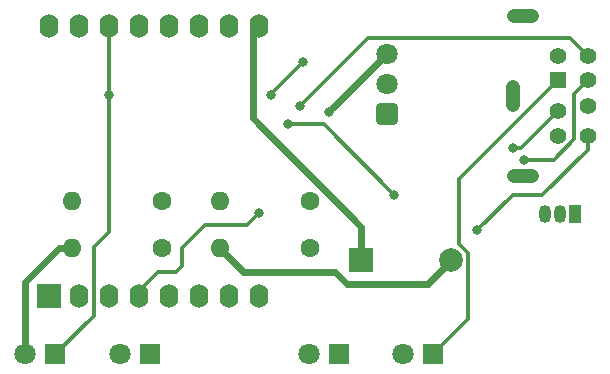
<source format=gbl>
%TF.GenerationSoftware,KiCad,Pcbnew,7.0.7*%
%TF.CreationDate,2023-09-16T13:59:36+03:00*%
%TF.ProjectId,ElectraWifi,456c6563-7472-4615-9769-66692e6b6963,rev?*%
%TF.SameCoordinates,Original*%
%TF.FileFunction,Copper,L2,Bot*%
%TF.FilePolarity,Positive*%
%FSLAX46Y46*%
G04 Gerber Fmt 4.6, Leading zero omitted, Abs format (unit mm)*
G04 Created by KiCad (PCBNEW 7.0.7) date 2023-09-16 13:59:36*
%MOMM*%
%LPD*%
G01*
G04 APERTURE LIST*
G04 Aperture macros list*
%AMRoundRect*
0 Rectangle with rounded corners*
0 $1 Rounding radius*
0 $2 $3 $4 $5 $6 $7 $8 $9 X,Y pos of 4 corners*
0 Add a 4 corners polygon primitive as box body*
4,1,4,$2,$3,$4,$5,$6,$7,$8,$9,$2,$3,0*
0 Add four circle primitives for the rounded corners*
1,1,$1+$1,$2,$3*
1,1,$1+$1,$4,$5*
1,1,$1+$1,$6,$7*
1,1,$1+$1,$8,$9*
0 Add four rect primitives between the rounded corners*
20,1,$1+$1,$2,$3,$4,$5,0*
20,1,$1+$1,$4,$5,$6,$7,0*
20,1,$1+$1,$6,$7,$8,$9,0*
20,1,$1+$1,$8,$9,$2,$3,0*%
G04 Aperture macros list end*
%TA.AperFunction,ComponentPad*%
%ADD10R,1.408000X1.408000*%
%TD*%
%TA.AperFunction,ComponentPad*%
%ADD11C,1.408000*%
%TD*%
%TA.AperFunction,ComponentPad*%
%ADD12O,1.230000X2.730000*%
%TD*%
%TA.AperFunction,ComponentPad*%
%ADD13O,2.730000X1.230000*%
%TD*%
%TA.AperFunction,ComponentPad*%
%ADD14O,1.600000X2.000000*%
%TD*%
%TA.AperFunction,ComponentPad*%
%ADD15R,2.000000X2.000000*%
%TD*%
%TA.AperFunction,ComponentPad*%
%ADD16R,1.800000X1.800000*%
%TD*%
%TA.AperFunction,ComponentPad*%
%ADD17C,1.800000*%
%TD*%
%TA.AperFunction,ComponentPad*%
%ADD18O,1.050000X1.500000*%
%TD*%
%TA.AperFunction,ComponentPad*%
%ADD19R,1.050000X1.500000*%
%TD*%
%TA.AperFunction,ComponentPad*%
%ADD20RoundRect,0.248400X0.651600X-0.651600X0.651600X0.651600X-0.651600X0.651600X-0.651600X-0.651600X0*%
%TD*%
%TA.AperFunction,ComponentPad*%
%ADD21C,2.000000*%
%TD*%
%TA.AperFunction,ComponentPad*%
%ADD22C,1.600000*%
%TD*%
%TA.AperFunction,ComponentPad*%
%ADD23O,1.600000X1.600000*%
%TD*%
%TA.AperFunction,ViaPad*%
%ADD24C,0.800000*%
%TD*%
%TA.AperFunction,Conductor*%
%ADD25C,0.300000*%
%TD*%
%TA.AperFunction,Conductor*%
%ADD26C,0.600000*%
%TD*%
G04 APERTURE END LIST*
D10*
%TO.P,J1,1,1*%
%TO.N,heat_led*%
X157848000Y-78300000D03*
D11*
%TO.P,J1,2,2*%
%TO.N,IR_to_ac*%
X157848000Y-80900000D03*
%TO.P,J1,3,3*%
%TO.N,+5V*%
X157848000Y-76200000D03*
%TO.P,J1,4,4*%
%TO.N,beep*%
X160348000Y-78300000D03*
%TO.P,J1,5,5*%
%TO.N,power_led*%
X157848000Y-83000000D03*
%TO.P,J1,6,6*%
%TO.N,timer_led*%
X160348000Y-76200000D03*
%TO.P,J1,7,7*%
%TO.N,button*%
X160348000Y-80500000D03*
%TO.P,J1,8,8*%
%TO.N,cool_led*%
X160348000Y-83000000D03*
D12*
%TO.P,J1,S1,SHIELD*%
%TO.N,GND*%
X154048000Y-79600000D03*
D13*
%TO.P,J1,S2,SHIELD__1*%
%TO.N,unconnected-(J1-SHIELD__1-PadS2)*%
X154848000Y-86350000D03*
%TO.P,J1,S3,SHIELD__2*%
%TO.N,unconnected-(J1-SHIELD__2-PadS3)*%
X154848000Y-72850000D03*
%TD*%
D14*
%TO.P,U1,16,TX*%
%TO.N,unconnected-(U1-TX-Pad16)*%
X114762000Y-73685000D03*
%TO.P,U1,15,RX*%
%TO.N,unconnected-(U1-RX-Pad15)*%
X117302000Y-73685000D03*
%TO.P,U1,14,SCL/D1*%
%TO.N,power_led*%
X119842000Y-73685000D03*
%TO.P,U1,13,SDA/D2*%
%TO.N,IR_from_esp*%
X122382000Y-73685000D03*
%TO.P,U1,12,D3*%
%TO.N,unconnected-(U1-D3-Pad12)*%
X124922000Y-73685000D03*
%TO.P,U1,11,D4*%
%TO.N,unconnected-(U1-D4-Pad11)*%
X127462000Y-73685000D03*
%TO.P,U1,10,GND*%
%TO.N,GND*%
X130002000Y-73685000D03*
%TO.P,U1,9,5V*%
%TO.N,+5V*%
X132542000Y-73685000D03*
%TO.P,U1,8,3V3*%
%TO.N,+3.3V*%
X132542000Y-96545000D03*
%TO.P,U1,7,CS/D8*%
%TO.N,unconnected-(U1-CS{slash}D8-Pad7)*%
X130002000Y-96545000D03*
%TO.P,U1,6,MOSI/D7*%
%TO.N,unconnected-(U1-MOSI{slash}D7-Pad6)*%
X127462000Y-96545000D03*
%TO.P,U1,5,MISO/D6*%
%TO.N,unconnected-(U1-MISO{slash}D6-Pad5)*%
X124922000Y-96545000D03*
%TO.P,U1,4,SCK/D5*%
%TO.N,IR_receive*%
X122382000Y-96545000D03*
%TO.P,U1,3,D0*%
%TO.N,unconnected-(U1-D0-Pad3)*%
X119842000Y-96545000D03*
%TO.P,U1,2,A0*%
%TO.N,unconnected-(U1-A0-Pad2)*%
X117302000Y-96545000D03*
D15*
%TO.P,U1,1,~{RST}*%
%TO.N,unconnected-(U1-~{RST}-Pad1)*%
X114762000Y-96545000D03*
%TD*%
D16*
%TO.P,D2,1,K*%
%TO.N,cool_led*%
X139275000Y-101500000D03*
D17*
%TO.P,D2,2,A*%
%TO.N,+5V*%
X136735000Y-101500000D03*
%TD*%
D18*
%TO.P,Q1,3,C*%
%TO.N,Net-(Q1-C)*%
X156730000Y-89640000D03*
%TO.P,Q1,2,B*%
%TO.N,Net-(Q1-B)*%
X158000000Y-89640000D03*
D19*
%TO.P,Q1,1,E*%
%TO.N,GND*%
X159270000Y-89640000D03*
%TD*%
D20*
%TO.P,U2,1,OUT*%
%TO.N,IR_receive*%
X143337000Y-81140000D03*
D17*
%TO.P,U2,2,GND*%
%TO.N,GND*%
X143337000Y-78600000D03*
%TO.P,U2,3,Vs*%
%TO.N,+3.3V*%
X143337000Y-76060000D03*
%TD*%
D16*
%TO.P,D3,1,K*%
%TO.N,timer_led*%
X123275000Y-101500000D03*
D17*
%TO.P,D3,2,A*%
%TO.N,+5V*%
X120735000Y-101500000D03*
%TD*%
D16*
%TO.P,D1,1,K*%
%TO.N,heat_led*%
X147275000Y-101500000D03*
D17*
%TO.P,D1,2,A*%
%TO.N,+5V*%
X144735000Y-101500000D03*
%TD*%
D16*
%TO.P,D4,1,K*%
%TO.N,power_led*%
X115275000Y-101500000D03*
D17*
%TO.P,D4,2,A*%
%TO.N,+5V*%
X112735000Y-101500000D03*
%TD*%
D21*
%TO.P,BZ1,2,+*%
%TO.N,Net-(BZ1-+)*%
X148800000Y-93500000D03*
D15*
%TO.P,BZ1,1,-*%
%TO.N,+5V*%
X141200000Y-93500000D03*
%TD*%
D22*
%TO.P,R4,1*%
%TO.N,beep*%
X136810000Y-92500000D03*
D23*
%TO.P,R4,2*%
%TO.N,Net-(BZ1-+)*%
X129190000Y-92500000D03*
%TD*%
D22*
%TO.P,R2,1*%
%TO.N,IR_to_ac*%
X136810000Y-88500000D03*
D23*
%TO.P,R2,2*%
%TO.N,Net-(Q1-C)*%
X129190000Y-88500000D03*
%TD*%
%TO.P,R1,2*%
%TO.N,IR_from_esp*%
X116690000Y-88500000D03*
D22*
%TO.P,R1,1*%
%TO.N,Net-(Q1-B)*%
X124310000Y-88500000D03*
%TD*%
%TO.P,R3,1*%
%TO.N,Net-(BZ1-+)*%
X124310000Y-92500000D03*
D23*
%TO.P,R3,2*%
%TO.N,+5V*%
X116690000Y-92500000D03*
%TD*%
D24*
%TO.N,power_led*%
X119842000Y-79500000D03*
X136250000Y-76750000D03*
X133541500Y-79500000D03*
%TO.N,timer_led*%
X136000000Y-80500000D03*
%TO.N,Net-(Q1-B)*%
X135000000Y-82000000D03*
X144000000Y-88000000D03*
%TO.N,IR_receive*%
X132500000Y-89500000D03*
%TO.N,+3.3V*%
X138500000Y-81000000D03*
%TO.N,cool_led*%
X151000000Y-91000000D03*
%TO.N,IR_to_ac*%
X154000000Y-84000000D03*
%TO.N,beep*%
X155000000Y-85000000D03*
%TD*%
D25*
%TO.N,power_led*%
X133541500Y-79458500D02*
X133541500Y-79500000D01*
X136250000Y-76750000D02*
X133541500Y-79458500D01*
D26*
%TO.N,+5V*%
X132000000Y-74227000D02*
X132542000Y-73685000D01*
X132000000Y-81500000D02*
X132000000Y-74227000D01*
X141200000Y-90700000D02*
X132000000Y-81500000D01*
X141200000Y-93500000D02*
X141200000Y-90700000D01*
D25*
%TO.N,power_led*%
X119842000Y-79500000D02*
X119842000Y-91115767D01*
X119842000Y-73685000D02*
X119842000Y-79500000D01*
%TO.N,timer_led*%
X158858000Y-74710000D02*
X160348000Y-76200000D01*
X141790000Y-74710000D02*
X158858000Y-74710000D01*
X136000000Y-80500000D02*
X141790000Y-74710000D01*
%TO.N,Net-(Q1-B)*%
X138000000Y-82000000D02*
X144000000Y-88000000D01*
X135000000Y-82000000D02*
X138000000Y-82000000D01*
%TO.N,IR_receive*%
X124000000Y-94500000D02*
X122382000Y-96118000D01*
X125500000Y-94500000D02*
X124000000Y-94500000D01*
X126000000Y-92500000D02*
X126000000Y-94000000D01*
X126000000Y-94000000D02*
X125500000Y-94500000D01*
X128000000Y-90500000D02*
X126000000Y-92500000D01*
X131500000Y-90500000D02*
X128000000Y-90500000D01*
X132500000Y-89500000D02*
X131500000Y-90500000D01*
X122382000Y-96118000D02*
X122382000Y-96545000D01*
D26*
%TO.N,+3.3V*%
X138500000Y-80897000D02*
X143337000Y-76060000D01*
X138500000Y-81000000D02*
X138500000Y-80897000D01*
D25*
%TO.N,cool_led*%
X160348000Y-84152000D02*
X160348000Y-83000000D01*
X156500000Y-88000000D02*
X160348000Y-84152000D01*
X154000000Y-88000000D02*
X156500000Y-88000000D01*
X151000000Y-91000000D02*
X154000000Y-88000000D01*
%TO.N,heat_led*%
X149500000Y-86648000D02*
X157848000Y-78300000D01*
X150250000Y-92899390D02*
X149500000Y-92149390D01*
X150250000Y-98525000D02*
X150250000Y-92899390D01*
X147275000Y-101500000D02*
X150250000Y-98525000D01*
X149500000Y-92149390D02*
X149500000Y-86648000D01*
%TO.N,beep*%
X159194000Y-83286003D02*
X159194000Y-79454000D01*
X159194000Y-79454000D02*
X160348000Y-78300000D01*
X157480003Y-85000000D02*
X159194000Y-83286003D01*
X155000000Y-85000000D02*
X157480003Y-85000000D01*
%TO.N,power_led*%
X118552000Y-98223000D02*
X115275000Y-101500000D01*
X118552000Y-92405767D02*
X118552000Y-98223000D01*
X119842000Y-91115767D02*
X118552000Y-92405767D01*
D26*
%TO.N,+5V*%
X115558630Y-92500000D02*
X116690000Y-92500000D01*
X112735000Y-95323630D02*
X115558630Y-92500000D01*
X112735000Y-101500000D02*
X112735000Y-95323630D01*
D25*
%TO.N,IR_to_ac*%
X154000000Y-84000000D02*
X154748000Y-84000000D01*
X154748000Y-84000000D02*
X157848000Y-80900000D01*
D26*
%TO.N,Net-(BZ1-+)*%
X146800000Y-95500000D02*
X148800000Y-93500000D01*
X139000000Y-94500000D02*
X140000000Y-95500000D01*
X140000000Y-95500000D02*
X146800000Y-95500000D01*
X131190000Y-94500000D02*
X139000000Y-94500000D01*
X129190000Y-92500000D02*
X131190000Y-94500000D01*
%TD*%
M02*

</source>
